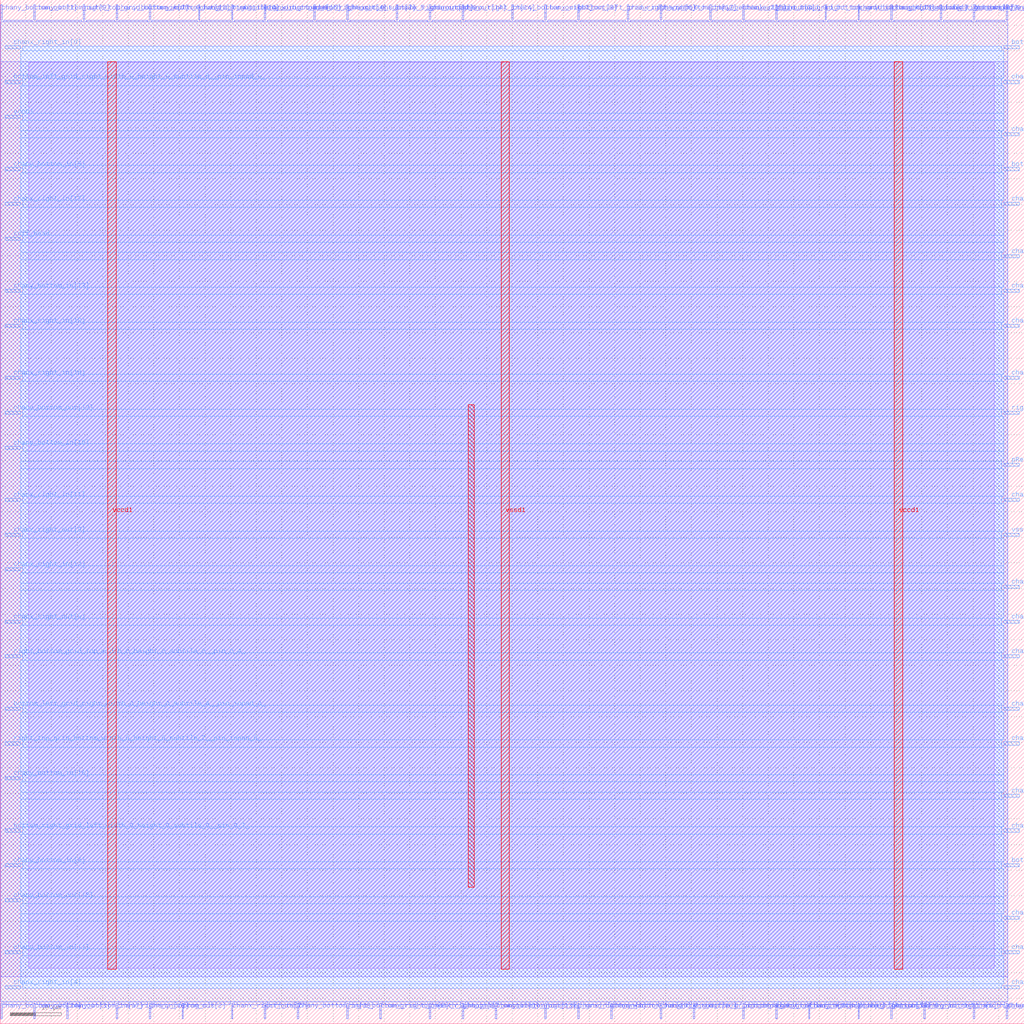
<source format=lef>
VERSION 5.7 ;
  NOWIREEXTENSIONATPIN ON ;
  DIVIDERCHAR "/" ;
  BUSBITCHARS "[]" ;
MACRO sb_0__4_
  CLASS BLOCK ;
  FOREIGN sb_0__4_ ;
  ORIGIN 0.000 0.000 ;
  SIZE 200.000 BY 200.000 ;
  PIN bottom_left_grid_right_width_0_height_0_subtile_0__pin_inpad_0_
    DIRECTION INPUT ;
    USE SIGNAL ;
    PORT
      LAYER met3 ;
        RECT 196.000 30.640 199.000 31.240 ;
    END
  END bottom_left_grid_right_width_0_height_0_subtile_0__pin_inpad_0_
  PIN bottom_left_grid_right_width_0_height_0_subtile_1__pin_inpad_0_
    DIRECTION INPUT ;
    USE SIGNAL ;
    PORT
      LAYER met3 ;
        RECT 196.000 166.640 199.000 167.240 ;
    END
  END bottom_left_grid_right_width_0_height_0_subtile_1__pin_inpad_0_
  PIN bottom_left_grid_right_width_0_height_0_subtile_2__pin_inpad_0_
    DIRECTION INPUT ;
    USE SIGNAL ;
    PORT
      LAYER met2 ;
        RECT 112.790 196.000 113.070 199.000 ;
    END
  END bottom_left_grid_right_width_0_height_0_subtile_2__pin_inpad_0_
  PIN bottom_left_grid_right_width_0_height_0_subtile_3__pin_inpad_0_
    DIRECTION INPUT ;
    USE SIGNAL ;
    PORT
      LAYER met3 ;
        RECT 196.000 190.440 199.000 191.040 ;
    END
  END bottom_left_grid_right_width_0_height_0_subtile_3__pin_inpad_0_
  PIN bottom_left_grid_right_width_0_height_0_subtile_4__pin_inpad_0_
    DIRECTION INPUT ;
    USE SIGNAL ;
    PORT
      LAYER met3 ;
        RECT 1.000 61.240 4.000 61.840 ;
    END
  END bottom_left_grid_right_width_0_height_0_subtile_4__pin_inpad_0_
  PIN bottom_left_grid_right_width_0_height_0_subtile_5__pin_inpad_0_
    DIRECTION INPUT ;
    USE SIGNAL ;
    PORT
      LAYER met2 ;
        RECT 173.970 1.000 174.250 4.000 ;
    END
  END bottom_left_grid_right_width_0_height_0_subtile_5__pin_inpad_0_
  PIN bottom_left_grid_right_width_0_height_0_subtile_6__pin_inpad_0_
    DIRECTION INPUT ;
    USE SIGNAL ;
    PORT
      LAYER met3 ;
        RECT 1.000 183.640 4.000 184.240 ;
    END
  END bottom_left_grid_right_width_0_height_0_subtile_6__pin_inpad_0_
  PIN bottom_left_grid_right_width_0_height_0_subtile_7__pin_inpad_0_
    DIRECTION INPUT ;
    USE SIGNAL ;
    PORT
      LAYER met2 ;
        RECT 190.070 196.000 190.350 199.000 ;
    END
  END bottom_left_grid_right_width_0_height_0_subtile_7__pin_inpad_0_
  PIN bottom_right_grid_left_width_0_height_0_subtile_0__pin_O_3_
    DIRECTION INPUT ;
    USE SIGNAL ;
    PORT
      LAYER met2 ;
        RECT 144.990 1.000 145.270 4.000 ;
    END
  END bottom_right_grid_left_width_0_height_0_subtile_0__pin_O_3_
  PIN bottom_right_grid_left_width_0_height_0_subtile_0__pin_O_7_
    DIRECTION INPUT ;
    USE SIGNAL ;
    PORT
      LAYER met3 ;
        RECT 1.000 37.440 4.000 38.040 ;
    END
  END bottom_right_grid_left_width_0_height_0_subtile_0__pin_O_7_
  PIN ccff_head
    DIRECTION INPUT ;
    USE SIGNAL ;
    PORT
      LAYER met3 ;
        RECT 1.000 153.040 4.000 153.640 ;
    END
  END ccff_head
  PIN ccff_tail
    DIRECTION OUTPUT TRISTATE ;
    USE SIGNAL ;
    PORT
      LAYER met2 ;
        RECT 51.610 1.000 51.890 4.000 ;
    END
  END ccff_tail
  PIN chanx_right_in[0]
    DIRECTION INPUT ;
    USE SIGNAL ;
    PORT
      LAYER met3 ;
        RECT 1.000 190.440 4.000 191.040 ;
    END
  END chanx_right_in[0]
  PIN chanx_right_in[10]
    DIRECTION INPUT ;
    USE SIGNAL ;
    PORT
      LAYER met2 ;
        RECT 22.630 1.000 22.910 4.000 ;
    END
  END chanx_right_in[10]
  PIN chanx_right_in[11]
    DIRECTION INPUT ;
    USE SIGNAL ;
    PORT
      LAYER met3 ;
        RECT 1.000 102.040 4.000 102.640 ;
    END
  END chanx_right_in[11]
  PIN chanx_right_in[12]
    DIRECTION INPUT ;
    USE SIGNAL ;
    PORT
      LAYER met3 ;
        RECT 1.000 88.440 4.000 89.040 ;
    END
  END chanx_right_in[12]
  PIN chanx_right_in[13]
    DIRECTION INPUT ;
    USE SIGNAL ;
    PORT
      LAYER met3 ;
        RECT 196.000 142.840 199.000 143.440 ;
    END
  END chanx_right_in[13]
  PIN chanx_right_in[14]
    DIRECTION INPUT ;
    USE SIGNAL ;
    PORT
      LAYER met2 ;
        RECT 90.250 196.000 90.530 199.000 ;
    END
  END chanx_right_in[14]
  PIN chanx_right_in[15]
    DIRECTION INPUT ;
    USE SIGNAL ;
    PORT
      LAYER met2 ;
        RECT 167.530 1.000 167.810 4.000 ;
    END
  END chanx_right_in[15]
  PIN chanx_right_in[16]
    DIRECTION INPUT ;
    USE SIGNAL ;
    PORT
      LAYER met3 ;
        RECT 1.000 125.840 4.000 126.440 ;
    END
  END chanx_right_in[16]
  PIN chanx_right_in[17]
    DIRECTION INPUT ;
    USE SIGNAL ;
    PORT
      LAYER met3 ;
        RECT 1.000 159.840 4.000 160.440 ;
    END
  END chanx_right_in[17]
  PIN chanx_right_in[18]
    DIRECTION INPUT ;
    USE SIGNAL ;
    PORT
      LAYER met3 ;
        RECT 1.000 136.040 4.000 136.640 ;
    END
  END chanx_right_in[18]
  PIN chanx_right_in[1]
    DIRECTION INPUT ;
    USE SIGNAL ;
    PORT
      LAYER met2 ;
        RECT 112.790 1.000 113.070 4.000 ;
    END
  END chanx_right_in[1]
  PIN chanx_right_in[2]
    DIRECTION INPUT ;
    USE SIGNAL ;
    PORT
      LAYER met2 ;
        RECT 74.150 1.000 74.430 4.000 ;
    END
  END chanx_right_in[2]
  PIN chanx_right_in[3]
    DIRECTION INPUT ;
    USE SIGNAL ;
    PORT
      LAYER met2 ;
        RECT 196.510 1.000 196.790 4.000 ;
    END
  END chanx_right_in[3]
  PIN chanx_right_in[4]
    DIRECTION INPUT ;
    USE SIGNAL ;
    PORT
      LAYER met3 ;
        RECT 1.000 6.840 4.000 7.440 ;
    END
  END chanx_right_in[4]
  PIN chanx_right_in[5]
    DIRECTION INPUT ;
    USE SIGNAL ;
    PORT
      LAYER met3 ;
        RECT 196.000 102.040 199.000 102.640 ;
    END
  END chanx_right_in[5]
  PIN chanx_right_in[6]
    DIRECTION INPUT ;
    USE SIGNAL ;
    PORT
      LAYER met2 ;
        RECT 122.450 196.000 122.730 199.000 ;
    END
  END chanx_right_in[6]
  PIN chanx_right_in[7]
    DIRECTION INPUT ;
    USE SIGNAL ;
    PORT
      LAYER met2 ;
        RECT 67.710 196.000 67.990 199.000 ;
    END
  END chanx_right_in[7]
  PIN chanx_right_in[8]
    DIRECTION INPUT ;
    USE SIGNAL ;
    PORT
      LAYER met3 ;
        RECT 196.000 183.640 199.000 184.240 ;
    END
  END chanx_right_in[8]
  PIN chanx_right_in[9]
    DIRECTION INPUT ;
    USE SIGNAL ;
    PORT
      LAYER met2 ;
        RECT 83.810 1.000 84.090 4.000 ;
    END
  END chanx_right_in[9]
  PIN chanx_right_out[0]
    DIRECTION OUTPUT TRISTATE ;
    USE SIGNAL ;
    PORT
      LAYER met3 ;
        RECT 1.000 78.240 4.000 78.840 ;
    END
  END chanx_right_out[0]
  PIN chanx_right_out[10]
    DIRECTION OUTPUT TRISTATE ;
    USE SIGNAL ;
    PORT
      LAYER met3 ;
        RECT 196.000 173.440 199.000 174.040 ;
    END
  END chanx_right_out[10]
  PIN chanx_right_out[11]
    DIRECTION OUTPUT TRISTATE ;
    USE SIGNAL ;
    PORT
      LAYER met2 ;
        RECT 77.370 196.000 77.650 199.000 ;
    END
  END chanx_right_out[11]
  PIN chanx_right_out[12]
    DIRECTION OUTPUT TRISTATE ;
    USE SIGNAL ;
    PORT
      LAYER met3 ;
        RECT 196.000 44.240 199.000 44.840 ;
    END
  END chanx_right_out[12]
  PIN chanx_right_out[13]
    DIRECTION OUTPUT TRISTATE ;
    USE SIGNAL ;
    PORT
      LAYER met3 ;
        RECT 196.000 61.240 199.000 61.840 ;
    END
  END chanx_right_out[13]
  PIN chanx_right_out[14]
    DIRECTION OUTPUT TRISTATE ;
    USE SIGNAL ;
    PORT
      LAYER met2 ;
        RECT 83.810 196.000 84.090 199.000 ;
    END
  END chanx_right_out[14]
  PIN chanx_right_out[15]
    DIRECTION OUTPUT TRISTATE ;
    USE SIGNAL ;
    PORT
      LAYER met2 ;
        RECT 51.610 196.000 51.890 199.000 ;
    END
  END chanx_right_out[15]
  PIN chanx_right_out[16]
    DIRECTION OUTPUT TRISTATE ;
    USE SIGNAL ;
    PORT
      LAYER met2 ;
        RECT 128.890 1.000 129.170 4.000 ;
    END
  END chanx_right_out[16]
  PIN chanx_right_out[17]
    DIRECTION OUTPUT TRISTATE ;
    USE SIGNAL ;
    PORT
      LAYER met2 ;
        RECT 45.170 1.000 45.450 4.000 ;
    END
  END chanx_right_out[17]
  PIN chanx_right_out[18]
    DIRECTION OUTPUT TRISTATE ;
    USE SIGNAL ;
    PORT
      LAYER met3 ;
        RECT 196.000 149.640 199.000 150.240 ;
    END
  END chanx_right_out[18]
  PIN chanx_right_out[1]
    DIRECTION OUTPUT TRISTATE ;
    USE SIGNAL ;
    PORT
      LAYER met2 ;
        RECT 190.070 1.000 190.350 4.000 ;
    END
  END chanx_right_out[1]
  PIN chanx_right_out[2]
    DIRECTION OUTPUT TRISTATE ;
    USE SIGNAL ;
    PORT
      LAYER met3 ;
        RECT 196.000 78.240 199.000 78.840 ;
    END
  END chanx_right_out[2]
  PIN chanx_right_out[3]
    DIRECTION OUTPUT TRISTATE ;
    USE SIGNAL ;
    PORT
      LAYER met2 ;
        RECT 144.990 196.000 145.270 199.000 ;
    END
  END chanx_right_out[3]
  PIN chanx_right_out[4]
    DIRECTION OUTPUT TRISTATE ;
    USE SIGNAL ;
    PORT
      LAYER met2 ;
        RECT 61.270 196.000 61.550 199.000 ;
    END
  END chanx_right_out[4]
  PIN chanx_right_out[5]
    DIRECTION OUTPUT TRISTATE ;
    USE SIGNAL ;
    PORT
      LAYER met3 ;
        RECT 196.000 6.840 199.000 7.440 ;
    END
  END chanx_right_out[5]
  PIN chanx_right_out[6]
    DIRECTION OUTPUT TRISTATE ;
    USE SIGNAL ;
    PORT
      LAYER met3 ;
        RECT 196.000 159.840 199.000 160.440 ;
    END
  END chanx_right_out[6]
  PIN chanx_right_out[7]
    DIRECTION OUTPUT TRISTATE ;
    USE SIGNAL ;
    PORT
      LAYER met2 ;
        RECT 183.630 196.000 183.910 199.000 ;
    END
  END chanx_right_out[7]
  PIN chanx_right_out[8]
    DIRECTION OUTPUT TRISTATE ;
    USE SIGNAL ;
    PORT
      LAYER met2 ;
        RECT 106.350 196.000 106.630 199.000 ;
    END
  END chanx_right_out[8]
  PIN chanx_right_out[9]
    DIRECTION OUTPUT TRISTATE ;
    USE SIGNAL ;
    PORT
      LAYER met3 ;
        RECT 1.000 95.240 4.000 95.840 ;
    END
  END chanx_right_out[9]
  PIN chany_bottom_in[0]
    DIRECTION INPUT ;
    USE SIGNAL ;
    PORT
      LAYER met3 ;
        RECT 196.000 37.440 199.000 38.040 ;
    END
  END chany_bottom_in[0]
  PIN chany_bottom_in[10]
    DIRECTION INPUT ;
    USE SIGNAL ;
    PORT
      LAYER met3 ;
        RECT 1.000 112.240 4.000 112.840 ;
    END
  END chany_bottom_in[10]
  PIN chany_bottom_in[11]
    DIRECTION INPUT ;
    USE SIGNAL ;
    PORT
      LAYER met3 ;
        RECT 1.000 13.640 4.000 14.240 ;
    END
  END chany_bottom_in[11]
  PIN chany_bottom_in[12]
    DIRECTION INPUT ;
    USE SIGNAL ;
    PORT
      LAYER met2 ;
        RECT 128.890 196.000 129.170 199.000 ;
    END
  END chany_bottom_in[12]
  PIN chany_bottom_in[13]
    DIRECTION INPUT ;
    USE SIGNAL ;
    PORT
      LAYER met3 ;
        RECT 1.000 142.840 4.000 143.440 ;
    END
  END chany_bottom_in[13]
  PIN chany_bottom_in[14]
    DIRECTION INPUT ;
    USE SIGNAL ;
    PORT
      LAYER met2 ;
        RECT 151.430 1.000 151.710 4.000 ;
    END
  END chany_bottom_in[14]
  PIN chany_bottom_in[15]
    DIRECTION INPUT ;
    USE SIGNAL ;
    PORT
      LAYER met2 ;
        RECT 167.530 196.000 167.810 199.000 ;
    END
  END chany_bottom_in[15]
  PIN chany_bottom_in[16]
    DIRECTION INPUT ;
    USE SIGNAL ;
    PORT
      LAYER met3 ;
        RECT 1.000 47.640 4.000 48.240 ;
    END
  END chany_bottom_in[16]
  PIN chany_bottom_in[17]
    DIRECTION INPUT ;
    USE SIGNAL ;
    PORT
      LAYER met2 ;
        RECT 12.970 1.000 13.250 4.000 ;
    END
  END chany_bottom_in[17]
  PIN chany_bottom_in[18]
    DIRECTION INPUT ;
    USE SIGNAL ;
    PORT
      LAYER met2 ;
        RECT 58.050 1.000 58.330 4.000 ;
    END
  END chany_bottom_in[18]
  PIN chany_bottom_in[1]
    DIRECTION INPUT ;
    USE SIGNAL ;
    PORT
      LAYER met2 ;
        RECT 180.410 1.000 180.690 4.000 ;
    END
  END chany_bottom_in[1]
  PIN chany_bottom_in[2]
    DIRECTION INPUT ;
    USE SIGNAL ;
    PORT
      LAYER met3 ;
        RECT 196.000 85.040 199.000 85.640 ;
    END
  END chany_bottom_in[2]
  PIN chany_bottom_in[3]
    DIRECTION INPUT ;
    USE SIGNAL ;
    PORT
      LAYER met3 ;
        RECT 196.000 54.440 199.000 55.040 ;
    END
  END chany_bottom_in[3]
  PIN chany_bottom_in[4]
    DIRECTION INPUT ;
    USE SIGNAL ;
    PORT
      LAYER met3 ;
        RECT 1.000 30.640 4.000 31.240 ;
    END
  END chany_bottom_in[4]
  PIN chany_bottom_in[5]
    DIRECTION INPUT ;
    USE SIGNAL ;
    PORT
      LAYER met3 ;
        RECT 1.000 166.640 4.000 167.240 ;
    END
  END chany_bottom_in[5]
  PIN chany_bottom_in[6]
    DIRECTION INPUT ;
    USE SIGNAL ;
    PORT
      LAYER met3 ;
        RECT 196.000 13.640 199.000 14.240 ;
    END
  END chany_bottom_in[6]
  PIN chany_bottom_in[7]
    DIRECTION INPUT ;
    USE SIGNAL ;
    PORT
      LAYER met2 ;
        RECT 22.630 196.000 22.910 199.000 ;
    END
  END chany_bottom_in[7]
  PIN chany_bottom_in[8]
    DIRECTION INPUT ;
    USE SIGNAL ;
    PORT
      LAYER met3 ;
        RECT 196.000 71.440 199.000 72.040 ;
    END
  END chany_bottom_in[8]
  PIN chany_bottom_in[9]
    DIRECTION INPUT ;
    USE SIGNAL ;
    PORT
      LAYER met3 ;
        RECT 196.000 125.840 199.000 126.440 ;
    END
  END chany_bottom_in[9]
  PIN chany_bottom_out[0]
    DIRECTION OUTPUT TRISTATE ;
    USE SIGNAL ;
    PORT
      LAYER met2 ;
        RECT 157.870 1.000 158.150 4.000 ;
    END
  END chany_bottom_out[0]
  PIN chany_bottom_out[10]
    DIRECTION OUTPUT TRISTATE ;
    USE SIGNAL ;
    PORT
      LAYER met3 ;
        RECT 196.000 136.040 199.000 136.640 ;
    END
  END chany_bottom_out[10]
  PIN chany_bottom_out[11]
    DIRECTION OUTPUT TRISTATE ;
    USE SIGNAL ;
    PORT
      LAYER met2 ;
        RECT 29.070 196.000 29.350 199.000 ;
    END
  END chany_bottom_out[11]
  PIN chany_bottom_out[12]
    DIRECTION OUTPUT TRISTATE ;
    USE SIGNAL ;
    PORT
      LAYER met3 ;
        RECT 1.000 119.040 4.000 119.640 ;
    END
  END chany_bottom_out[12]
  PIN chany_bottom_out[13]
    DIRECTION OUTPUT TRISTATE ;
    USE SIGNAL ;
    PORT
      LAYER met2 ;
        RECT 96.690 1.000 96.970 4.000 ;
    END
  END chany_bottom_out[13]
  PIN chany_bottom_out[14]
    DIRECTION OUTPUT TRISTATE ;
    USE SIGNAL ;
    PORT
      LAYER met2 ;
        RECT 0.090 1.000 0.370 4.000 ;
    END
  END chany_bottom_out[14]
  PIN chany_bottom_out[15]
    DIRECTION OUTPUT TRISTATE ;
    USE SIGNAL ;
    PORT
      LAYER met2 ;
        RECT 119.230 1.000 119.510 4.000 ;
    END
  END chany_bottom_out[15]
  PIN chany_bottom_out[16]
    DIRECTION OUTPUT TRISTATE ;
    USE SIGNAL ;
    PORT
      LAYER met2 ;
        RECT 38.730 196.000 39.010 199.000 ;
    END
  END chany_bottom_out[16]
  PIN chany_bottom_out[17]
    DIRECTION OUTPUT TRISTATE ;
    USE SIGNAL ;
    PORT
      LAYER met2 ;
        RECT 99.910 196.000 100.190 199.000 ;
    END
  END chany_bottom_out[17]
  PIN chany_bottom_out[18]
    DIRECTION OUTPUT TRISTATE ;
    USE SIGNAL ;
    PORT
      LAYER met3 ;
        RECT 1.000 23.840 4.000 24.440 ;
    END
  END chany_bottom_out[18]
  PIN chany_bottom_out[1]
    DIRECTION OUTPUT TRISTATE ;
    USE SIGNAL ;
    PORT
      LAYER met2 ;
        RECT 0.090 196.000 0.370 199.000 ;
    END
  END chany_bottom_out[1]
  PIN chany_bottom_out[2]
    DIRECTION OUTPUT TRISTATE ;
    USE SIGNAL ;
    PORT
      LAYER met2 ;
        RECT 29.070 1.000 29.350 4.000 ;
    END
  END chany_bottom_out[2]
  PIN chany_bottom_out[3]
    DIRECTION OUTPUT TRISTATE ;
    USE SIGNAL ;
    PORT
      LAYER met2 ;
        RECT 6.530 1.000 6.810 4.000 ;
    END
  END chany_bottom_out[3]
  PIN chany_bottom_out[4]
    DIRECTION OUTPUT TRISTATE ;
    USE SIGNAL ;
    PORT
      LAYER met2 ;
        RECT 173.970 196.000 174.250 199.000 ;
    END
  END chany_bottom_out[4]
  PIN chany_bottom_out[5]
    DIRECTION OUTPUT TRISTATE ;
    USE SIGNAL ;
    PORT
      LAYER met2 ;
        RECT 138.550 196.000 138.830 199.000 ;
    END
  END chany_bottom_out[5]
  PIN chany_bottom_out[6]
    DIRECTION OUTPUT TRISTATE ;
    USE SIGNAL ;
    PORT
      LAYER met2 ;
        RECT 90.250 1.000 90.530 4.000 ;
    END
  END chany_bottom_out[6]
  PIN chany_bottom_out[7]
    DIRECTION OUTPUT TRISTATE ;
    USE SIGNAL ;
    PORT
      LAYER met2 ;
        RECT 196.510 196.000 196.790 199.000 ;
    END
  END chany_bottom_out[7]
  PIN chany_bottom_out[8]
    DIRECTION OUTPUT TRISTATE ;
    USE SIGNAL ;
    PORT
      LAYER met3 ;
        RECT 196.000 20.440 199.000 21.040 ;
    END
  END chany_bottom_out[8]
  PIN chany_bottom_out[9]
    DIRECTION OUTPUT TRISTATE ;
    USE SIGNAL ;
    PORT
      LAYER met2 ;
        RECT 6.530 196.000 6.810 199.000 ;
    END
  END chany_bottom_out[9]
  PIN pReset
    DIRECTION INPUT ;
    USE SIGNAL ;
    PORT
      LAYER met3 ;
        RECT 196.000 108.840 199.000 109.440 ;
    END
  END pReset
  PIN prog_clk
    DIRECTION INPUT ;
    USE SIGNAL ;
    PORT
      LAYER met2 ;
        RECT 35.510 1.000 35.790 4.000 ;
    END
  END prog_clk
  PIN right_bottom_grid_top_width_0_height_0_subtile_0__pin_O_0_
    DIRECTION INPUT ;
    USE SIGNAL ;
    PORT
      LAYER met2 ;
        RECT 67.710 1.000 67.990 4.000 ;
    END
  END right_bottom_grid_top_width_0_height_0_subtile_0__pin_O_0_
  PIN right_bottom_grid_top_width_0_height_0_subtile_0__pin_O_4_
    DIRECTION INPUT ;
    USE SIGNAL ;
    PORT
      LAYER met3 ;
        RECT 1.000 71.440 4.000 72.040 ;
    END
  END right_bottom_grid_top_width_0_height_0_subtile_0__pin_O_4_
  PIN right_top_grid_bottom_width_0_height_0_subtile_0__pin_inpad_0_
    DIRECTION INPUT ;
    USE SIGNAL ;
    PORT
      LAYER met3 ;
        RECT 196.000 119.040 199.000 119.640 ;
    END
  END right_top_grid_bottom_width_0_height_0_subtile_0__pin_inpad_0_
  PIN right_top_grid_bottom_width_0_height_0_subtile_1__pin_inpad_0_
    DIRECTION INPUT ;
    USE SIGNAL ;
    PORT
      LAYER met2 ;
        RECT 106.350 1.000 106.630 4.000 ;
    END
  END right_top_grid_bottom_width_0_height_0_subtile_1__pin_inpad_0_
  PIN right_top_grid_bottom_width_0_height_0_subtile_2__pin_inpad_0_
    DIRECTION INPUT ;
    USE SIGNAL ;
    PORT
      LAYER met2 ;
        RECT 161.090 196.000 161.370 199.000 ;
    END
  END right_top_grid_bottom_width_0_height_0_subtile_2__pin_inpad_0_
  PIN right_top_grid_bottom_width_0_height_0_subtile_3__pin_inpad_0_
    DIRECTION INPUT ;
    USE SIGNAL ;
    PORT
      LAYER met2 ;
        RECT 151.430 196.000 151.710 199.000 ;
    END
  END right_top_grid_bottom_width_0_height_0_subtile_3__pin_inpad_0_
  PIN right_top_grid_bottom_width_0_height_0_subtile_4__pin_inpad_0_
    DIRECTION INPUT ;
    USE SIGNAL ;
    PORT
      LAYER met2 ;
        RECT 16.190 196.000 16.470 199.000 ;
    END
  END right_top_grid_bottom_width_0_height_0_subtile_4__pin_inpad_0_
  PIN right_top_grid_bottom_width_0_height_0_subtile_5__pin_inpad_0_
    DIRECTION INPUT ;
    USE SIGNAL ;
    PORT
      LAYER met2 ;
        RECT 45.170 196.000 45.450 199.000 ;
    END
  END right_top_grid_bottom_width_0_height_0_subtile_5__pin_inpad_0_
  PIN right_top_grid_bottom_width_0_height_0_subtile_6__pin_inpad_0_
    DIRECTION INPUT ;
    USE SIGNAL ;
    PORT
      LAYER met2 ;
        RECT 135.330 1.000 135.610 4.000 ;
    END
  END right_top_grid_bottom_width_0_height_0_subtile_6__pin_inpad_0_
  PIN right_top_grid_bottom_width_0_height_0_subtile_7__pin_inpad_0_
    DIRECTION INPUT ;
    USE SIGNAL ;
    PORT
      LAYER met3 ;
        RECT 1.000 54.440 4.000 55.040 ;
    END
  END right_top_grid_bottom_width_0_height_0_subtile_7__pin_inpad_0_
  PIN vccd1
    DIRECTION INOUT ;
    USE SIGNAL ;
    PORT
      LAYER met3 ;
        RECT 1.000 176.840 4.000 177.440 ;
    END
    PORT
      LAYER met4 ;
        RECT 21.040 10.640 22.640 187.920 ;
    END
    PORT
      LAYER met4 ;
        RECT 174.640 10.640 176.240 187.920 ;
    END
  END vccd1
  PIN vssd1
    DIRECTION INOUT ;
    USE SIGNAL ;
    PORT
      LAYER met3 ;
        RECT 196.000 95.240 199.000 95.840 ;
    END
    PORT
      LAYER met4 ;
        RECT 97.840 10.640 99.440 187.920 ;
    END
  END vssd1
  OBS
      LAYER li1 ;
        RECT 5.520 10.795 194.120 187.765 ;
      LAYER met1 ;
        RECT 0.070 9.220 196.810 187.920 ;
      LAYER met2 ;
        RECT 0.650 195.720 6.250 196.000 ;
        RECT 7.090 195.720 15.910 196.000 ;
        RECT 16.750 195.720 22.350 196.000 ;
        RECT 23.190 195.720 28.790 196.000 ;
        RECT 29.630 195.720 38.450 196.000 ;
        RECT 39.290 195.720 44.890 196.000 ;
        RECT 45.730 195.720 51.330 196.000 ;
        RECT 52.170 195.720 60.990 196.000 ;
        RECT 61.830 195.720 67.430 196.000 ;
        RECT 68.270 195.720 77.090 196.000 ;
        RECT 77.930 195.720 83.530 196.000 ;
        RECT 84.370 195.720 89.970 196.000 ;
        RECT 90.810 195.720 99.630 196.000 ;
        RECT 100.470 195.720 106.070 196.000 ;
        RECT 106.910 195.720 112.510 196.000 ;
        RECT 113.350 195.720 122.170 196.000 ;
        RECT 123.010 195.720 128.610 196.000 ;
        RECT 129.450 195.720 138.270 196.000 ;
        RECT 139.110 195.720 144.710 196.000 ;
        RECT 145.550 195.720 151.150 196.000 ;
        RECT 151.990 195.720 160.810 196.000 ;
        RECT 161.650 195.720 167.250 196.000 ;
        RECT 168.090 195.720 173.690 196.000 ;
        RECT 174.530 195.720 183.350 196.000 ;
        RECT 184.190 195.720 189.790 196.000 ;
        RECT 190.630 195.720 196.230 196.000 ;
        RECT 0.100 4.280 196.780 195.720 ;
        RECT 0.650 3.670 6.250 4.280 ;
        RECT 7.090 3.670 12.690 4.280 ;
        RECT 13.530 3.670 22.350 4.280 ;
        RECT 23.190 3.670 28.790 4.280 ;
        RECT 29.630 3.670 35.230 4.280 ;
        RECT 36.070 3.670 44.890 4.280 ;
        RECT 45.730 3.670 51.330 4.280 ;
        RECT 52.170 3.670 57.770 4.280 ;
        RECT 58.610 3.670 67.430 4.280 ;
        RECT 68.270 3.670 73.870 4.280 ;
        RECT 74.710 3.670 83.530 4.280 ;
        RECT 84.370 3.670 89.970 4.280 ;
        RECT 90.810 3.670 96.410 4.280 ;
        RECT 97.250 3.670 106.070 4.280 ;
        RECT 106.910 3.670 112.510 4.280 ;
        RECT 113.350 3.670 118.950 4.280 ;
        RECT 119.790 3.670 128.610 4.280 ;
        RECT 129.450 3.670 135.050 4.280 ;
        RECT 135.890 3.670 144.710 4.280 ;
        RECT 145.550 3.670 151.150 4.280 ;
        RECT 151.990 3.670 157.590 4.280 ;
        RECT 158.430 3.670 167.250 4.280 ;
        RECT 168.090 3.670 173.690 4.280 ;
        RECT 174.530 3.670 180.130 4.280 ;
        RECT 180.970 3.670 189.790 4.280 ;
        RECT 190.630 3.670 196.230 4.280 ;
      LAYER met3 ;
        RECT 4.400 190.040 195.600 190.905 ;
        RECT 4.000 184.640 196.000 190.040 ;
        RECT 4.400 183.240 195.600 184.640 ;
        RECT 4.000 177.840 196.000 183.240 ;
        RECT 4.400 176.440 196.000 177.840 ;
        RECT 4.000 174.440 196.000 176.440 ;
        RECT 4.000 173.040 195.600 174.440 ;
        RECT 4.000 167.640 196.000 173.040 ;
        RECT 4.400 166.240 195.600 167.640 ;
        RECT 4.000 160.840 196.000 166.240 ;
        RECT 4.400 159.440 195.600 160.840 ;
        RECT 4.000 154.040 196.000 159.440 ;
        RECT 4.400 152.640 196.000 154.040 ;
        RECT 4.000 150.640 196.000 152.640 ;
        RECT 4.000 149.240 195.600 150.640 ;
        RECT 4.000 143.840 196.000 149.240 ;
        RECT 4.400 142.440 195.600 143.840 ;
        RECT 4.000 137.040 196.000 142.440 ;
        RECT 4.400 135.640 195.600 137.040 ;
        RECT 4.000 126.840 196.000 135.640 ;
        RECT 4.400 125.440 195.600 126.840 ;
        RECT 4.000 120.040 196.000 125.440 ;
        RECT 4.400 118.640 195.600 120.040 ;
        RECT 4.000 113.240 196.000 118.640 ;
        RECT 4.400 111.840 196.000 113.240 ;
        RECT 4.000 109.840 196.000 111.840 ;
        RECT 4.000 108.440 195.600 109.840 ;
        RECT 4.000 103.040 196.000 108.440 ;
        RECT 4.400 101.640 195.600 103.040 ;
        RECT 4.000 96.240 196.000 101.640 ;
        RECT 4.400 94.840 195.600 96.240 ;
        RECT 4.000 89.440 196.000 94.840 ;
        RECT 4.400 88.040 196.000 89.440 ;
        RECT 4.000 86.040 196.000 88.040 ;
        RECT 4.000 84.640 195.600 86.040 ;
        RECT 4.000 79.240 196.000 84.640 ;
        RECT 4.400 77.840 195.600 79.240 ;
        RECT 4.000 72.440 196.000 77.840 ;
        RECT 4.400 71.040 195.600 72.440 ;
        RECT 4.000 62.240 196.000 71.040 ;
        RECT 4.400 60.840 195.600 62.240 ;
        RECT 4.000 55.440 196.000 60.840 ;
        RECT 4.400 54.040 195.600 55.440 ;
        RECT 4.000 48.640 196.000 54.040 ;
        RECT 4.400 47.240 196.000 48.640 ;
        RECT 4.000 45.240 196.000 47.240 ;
        RECT 4.000 43.840 195.600 45.240 ;
        RECT 4.000 38.440 196.000 43.840 ;
        RECT 4.400 37.040 195.600 38.440 ;
        RECT 4.000 31.640 196.000 37.040 ;
        RECT 4.400 30.240 195.600 31.640 ;
        RECT 4.000 24.840 196.000 30.240 ;
        RECT 4.400 23.440 196.000 24.840 ;
        RECT 4.000 21.440 196.000 23.440 ;
        RECT 4.000 20.040 195.600 21.440 ;
        RECT 4.000 14.640 196.000 20.040 ;
        RECT 4.400 13.240 195.600 14.640 ;
        RECT 4.000 7.840 196.000 13.240 ;
        RECT 4.400 6.975 195.600 7.840 ;
      LAYER met4 ;
        RECT 91.375 26.695 92.625 120.865 ;
  END
END sb_0__4_
END LIBRARY


</source>
